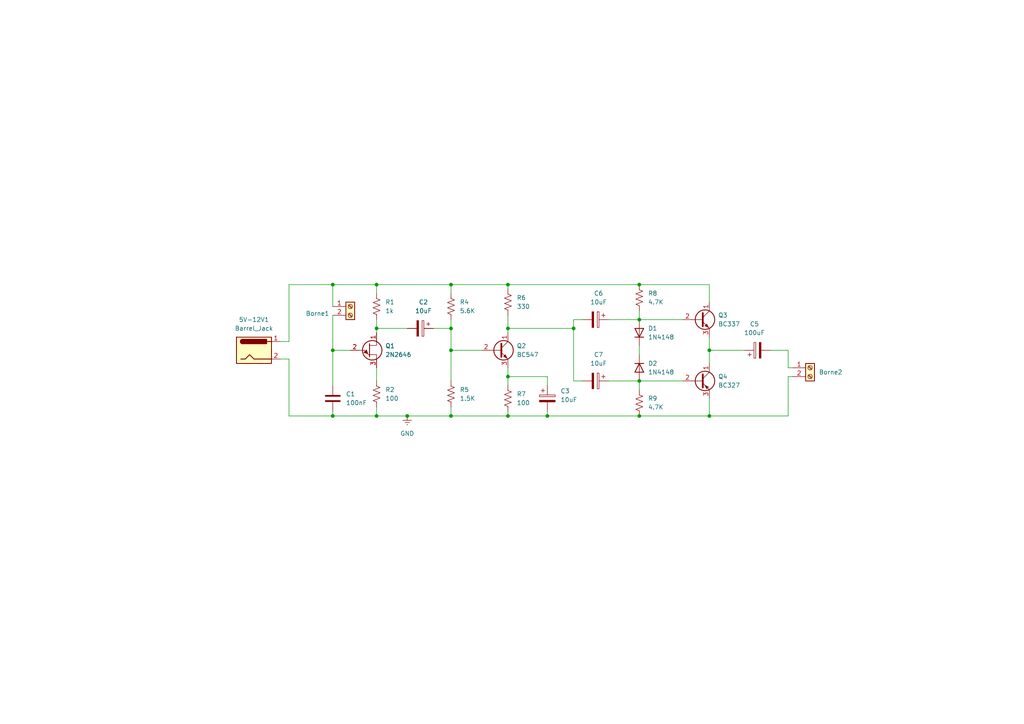
<source format=kicad_sch>
(kicad_sch (version 20250114) (generator "eeschema") (generator_version "9.0")
  (paper "A4")
  (lib_symbols
    (symbol "Connector:Barrel_Jack" (pin_names (offset 1.016))
      (property "Reference" "J" (at 0 5.334 0))
      (property "Value" "Barrel_Jack" (at 0 -5.08 0))
      (symbol "Barrel_Jack_0_1"
        (rectangle (start -5.08 3.81) (end 5.08 -3.81) (stroke (width 0.254)) (fill (type background)))
        (polyline (pts (xy -3.81 -2.54) (xy -2.54 -2.54) (xy -1.27 -1.27) (xy 0 -2.54) (xy 2.54 -2.54) (xy 5.08 -2.54)) (stroke (width 0.254)))
        (arc (start -3.302 1.905) (mid -3.9343 2.54) (end -3.302 3.175) (stroke (width 0.254)))
        (arc (start -3.302 1.905) (mid -3.9343 2.54) (end -3.302 3.175) (stroke (width 0.254)) (fill (type outline)))
        (rectangle (start 3.683 3.175) (end -3.302 1.905) (stroke (width 0.254)) (fill (type outline)))
        (polyline (pts (xy 5.08 2.54) (xy 3.81 2.54)) (stroke (width 0.254)))
      )
      (symbol "Barrel_Jack_1_1"
        (pin passive line (at 7.62 2.54 180) (length 2.54) (name "~") (number "1"))
        (pin passive line (at 7.62 -2.54 180) (length 2.54) (name "~") (number "2"))
      )
    )
    (symbol "Connector:Screw_Terminal_01x02" (pin_names (offset 1.016) (hide yes))
      (property "Reference" "J" (at 0 2.54 0))
      (property "Value" "Screw_Terminal_01x02" (at 0 -5.08 0))
      (symbol "Screw_Terminal_01x02_1_1"
        (rectangle (start -1.27 1.27) (end 1.27 -3.81) (stroke (width 0.254)) (fill (type background)))
        (polyline (pts (xy -0.5334 0.3302) (xy 0.3302 -0.508)) (stroke (width 0.1524)))
        (polyline (pts (xy -0.5334 -2.2098) (xy 0.3302 -3.048)) (stroke (width 0.1524)))
        (polyline (pts (xy -0.3556 0.508) (xy 0.508 -0.3302)) (stroke (width 0.1524)))
        (polyline (pts (xy -0.3556 -2.032) (xy 0.508 -2.8702)) (stroke (width 0.1524)))
        (circle (center 0 0) (radius 0.635) (stroke (width 0.1524)))
        (circle (center 0 -2.54) (radius 0.635) (stroke (width 0.1524)))
        (pin passive line (at -5.08 0 0) (length 3.81) (name "Pin_1") (number "1"))
        (pin passive line (at -5.08 -2.54 0) (length 3.81) (name "Pin_2") (number "2"))
      )
    )
    (symbol "Device:C" (pin_numbers (hide yes)) (pin_names (offset 0.254))
      (property "Reference" "C" (at 0.635 2.54 0))
      (property "Value" "C" (at 0.635 -2.54 0))
      (symbol "C_0_1"
        (polyline (pts (xy -2.032 0.762) (xy 2.032 0.762)) (stroke (width 0.508)))
        (polyline (pts (xy -2.032 -0.762) (xy 2.032 -0.762)) (stroke (width 0.508)))
      )
      (symbol "C_1_1"
        (pin passive line (at 0 3.81 270) (length 2.794) (name "~") (number "1"))
        (pin passive line (at 0 -3.81 90) (length 2.794) (name "~") (number "2"))
      )
    )
    (symbol "Device:C_Polarized" (pin_numbers (hide yes)) (pin_names (offset 0.254))
      (property "Reference" "C" (at 0.635 2.54 0))
      (property "Value" "C_Polarized" (at 0.635 -2.54 0))
      (symbol "C_Polarized_0_1"
        (rectangle (start -2.286 0.508) (end 2.286 1.016))
        (polyline (pts (xy -1.778 2.286) (xy -0.762 2.286)))
        (polyline (pts (xy -1.27 2.794) (xy -1.27 1.778)))
        (rectangle (start 2.286 -0.508) (end -2.286 -1.016) (fill (type outline)))
      )
      (symbol "C_Polarized_1_1"
        (pin passive line (at 0 3.81 270) (length 2.794) (name "~") (number "1"))
        (pin passive line (at 0 -3.81 90) (length 2.794) (name "~") (number "2"))
      )
    )
    (symbol "Device:R_US" (pin_numbers (hide yes)) (pin_names (offset 0))
      (property "Reference" "R" (at 2.54 0 90))
      (property "Value" "R_US" (at -2.54 0 90))
      (symbol "R_US_0_1"
        (polyline (pts (xy 0 2.286) (xy 0 2.54)))
        (polyline (pts (xy 0 2.286) (xy 1.016 1.905) (xy 0 1.524) (xy -1.016 1.143) (xy 0 0.762)))
        (polyline (pts (xy 0 0.762) (xy 1.016 0.381) (xy 0 0) (xy -1.016 -0.381) (xy 0 -0.762)))
        (polyline (pts (xy 0 -0.762) (xy 1.016 -1.143) (xy 0 -1.524) (xy -1.016 -1.905) (xy 0 -2.286)))
        (polyline (pts (xy 0 -2.286) (xy 0 -2.54)))
      )
      (symbol "R_US_1_1"
        (pin passive line (at 0 3.81 270) (length 1.27) (name "~") (number "1"))
        (pin passive line (at 0 -3.81 90) (length 1.27) (name "~") (number "2"))
      )
    )
    (symbol "Diode:1N4148" (pin_numbers (hide yes)) (pin_names (hide yes))
      (property "Reference" "D" (at 0 2.54 0))
      (property "Value" "1N4148" (at 0 -2.54 0))
      (symbol "1N4148_0_1"
        (polyline (pts (xy -1.27 1.27) (xy -1.27 -1.27)) (stroke (width 0.254)))
        (polyline (pts (xy 1.27 1.27) (xy 1.27 -1.27) (xy -1.27 0) (xy 1.27 1.27)) (stroke (width 0.254)))
        (polyline (pts (xy 1.27 0) (xy -1.27 0)))
      )
      (symbol "1N4148_1_1"
        (pin passive line (at -3.81 0 0) (length 2.54) (name "K") (number "1"))
        (pin passive line (at 3.81 0 180) (length 2.54) (name "A") (number "2"))
      )
    )
    (symbol "Transistor_BJT:2N2646" (pin_names (offset 0) (hide yes))
      (property "Reference" "Q" (at 5.08 1.905 0))
      (property "Value" "2N2646" (at 5.08 0 0))
      (symbol "2N2646_0_1"
        (polyline (pts (xy -2.54 0) (xy -1.016 0) (xy 0.508 -1.524)))
        (polyline (pts (xy 0 -1.016) (xy -0.381 0.127) (xy -1.143 -0.635) (xy 0 -1.016)) (fill (type outline)))
        (polyline (pts (xy 0.508 1.905) (xy 0.508 -1.905) (xy 0.508 -1.905)) (stroke (width 0.254)))
        (circle (center 1.27 0) (radius 2.8194) (stroke (width 0.254)))
        (polyline (pts (xy 2.54 2.54) (xy 2.54 1.397) (xy 0.508 1.397)))
        (polyline (pts (xy 2.54 -2.54) (xy 2.54 -1.27) (xy 0.508 -1.27)))
      )
      (symbol "2N2646_1_1"
        (pin input line (at -5.08 0 0) (length 2.54) (name "E") (number "2"))
        (pin passive line (at 2.54 5.08 270) (length 2.54) (name "B2") (number "1"))
        (pin passive line (at 2.54 -5.08 90) (length 2.54) (name "B1") (number "3"))
      )
    )
    (symbol "Transistor_BJT:BC327" (pin_names (offset 0) (hide yes))
      (property "Reference" "Q" (at 5.08 1.905 0))
      (property "Value" "BC327" (at 5.08 0 0))
      (symbol "BC327_0_1"
        (polyline (pts (xy -2.54 0) (xy 0.635 0)))
        (polyline (pts (xy 0.635 1.905) (xy 0.635 -1.905)) (stroke (width 0.508)))
        (polyline (pts (xy 0.635 0.635) (xy 2.54 2.54)))
        (polyline (pts (xy 0.635 -0.635) (xy 2.54 -2.54)))
        (circle (center 1.27 0) (radius 2.8194) (stroke (width 0.254)))
        (polyline (pts (xy 2.286 -1.778) (xy 1.778 -2.286) (xy 1.27 -1.27) (xy 2.286 -1.778)) (fill (type outline)))
      )
      (symbol "BC327_1_1"
        (pin input line (at -5.08 0 0) (length 2.54) (name "B") (number "2"))
        (pin passive line (at 2.54 5.08 270) (length 2.54) (name "C") (number "1"))
        (pin passive line (at 2.54 -5.08 90) (length 2.54) (name "E") (number "3"))
      )
    )
    (symbol "Transistor_BJT:BC337" (pin_names (offset 0) (hide yes))
      (property "Reference" "Q" (at 5.08 1.905 0))
      (property "Value" "BC337" (at 5.08 0 0))
      (symbol "BC337_0_1"
        (polyline (pts (xy -2.54 0) (xy 0.635 0)))
        (polyline (pts (xy 0.635 1.905) (xy 0.635 -1.905)) (stroke (width 0.508)))
        (circle (center 1.27 0) (radius 2.8194) (stroke (width 0.254)))
      )
      (symbol "BC337_1_1"
        (polyline (pts (xy 0.635 0.635) (xy 2.54 2.54)))
        (polyline (pts (xy 0.635 -0.635) (xy 2.54 -2.54)))
        (polyline (pts (xy 1.27 -1.778) (xy 1.778 -1.27) (xy 2.286 -2.286) (xy 1.27 -1.778)) (fill (type outline)))
        (pin input line (at -5.08 0 0) (length 2.54) (name "B") (number "2"))
        (pin passive line (at 2.54 5.08 270) (length 2.54) (name "C") (number "1"))
        (pin passive line (at 2.54 -5.08 90) (length 2.54) (name "E") (number "3"))
      )
    )
    (symbol "Transistor_BJT:BC547" (pin_names (offset 0) (hide yes))
      (property "Reference" "Q" (at 5.08 1.905 0))
      (property "Value" "BC547" (at 5.08 0 0))
      (symbol "BC547_0_1"
        (polyline (pts (xy -2.54 0) (xy 0.635 0)))
        (polyline (pts (xy 0.635 1.905) (xy 0.635 -1.905)) (stroke (width 0.508)))
        (circle (center 1.27 0) (radius 2.8194) (stroke (width 0.254)))
      )
      (symbol "BC547_1_1"
        (polyline (pts (xy 0.635 0.635) (xy 2.54 2.54)))
        (polyline (pts (xy 0.635 -0.635) (xy 2.54 -2.54)))
        (polyline (pts (xy 1.27 -1.778) (xy 1.778 -1.27) (xy 2.286 -2.286) (xy 1.27 -1.778)) (fill (type outline)))
        (pin input line (at -5.08 0 0) (length 2.54) (name "B") (number "2"))
        (pin passive line (at 2.54 5.08 270) (length 2.54) (name "C") (number "1"))
        (pin passive line (at 2.54 -5.08 90) (length 2.54) (name "E") (number "3"))
      )
    )
    (symbol "power:Earth" (power) (pin_numbers (hide yes)) (pin_names (offset 0) (hide yes))
      (property "Value" "Earth" (at 0 -3.81 0))
      (symbol "Earth_0_1"
        (polyline (pts (xy -0.635 -1.905) (xy 0.635 -1.905)))
        (polyline (pts (xy -0.127 -2.54) (xy 0.127 -2.54)))
        (polyline (pts (xy 0 -1.27) (xy 0 0)))
        (polyline (pts (xy 1.27 -1.27) (xy -1.27 -1.27)))
      )
      (symbol "Earth_1_1"
        (pin power_in line (at 0 0 270) (length 0) (name "~") (number "1"))
      )
    )
  )
  (junction (at 147.32 95.25))
  (junction (at 166.37 95.25))
  (junction (at 147.32 109.22))
  (junction (at 130.81 82.55))
  (junction (at 109.22 82.55))
  (junction (at 130.81 101.6))
  (junction (at 147.32 120.65))
  (junction (at 185.42 120.65))
  (junction (at 109.22 95.25))
  (junction (at 158.75 120.65))
  (junction (at 130.81 95.25))
  (junction (at 205.74 101.6))
  (junction (at 96.52 120.65))
  (junction (at 96.52 101.6))
  (junction (at 185.42 92.71))
  (junction (at 130.81 120.65))
  (junction (at 147.32 82.55))
  (junction (at 118.11 120.65))
  (junction (at 185.42 110.49))
  (junction (at 109.22 120.65))
  (junction (at 96.52 82.55))
  (junction (at 205.74 120.65))
  (junction (at 185.42 82.55))
  (wire (pts (xy 130.81 95.25) (xy 130.81 101.6)))
  (wire (pts (xy 176.53 92.71) (xy 185.42 92.71)))
  (wire (pts (xy 109.22 92.71) (xy 109.22 95.25)))
  (wire (pts (xy 168.91 92.71) (xy 166.37 92.71)))
  (wire (pts (xy 205.74 120.65) (xy 228.6 120.65)))
  (wire (pts (xy 205.74 82.55) (xy 205.74 87.63)))
  (wire (pts (xy 158.75 120.65) (xy 185.42 120.65)))
  (wire (pts (xy 109.22 118.11) (xy 109.22 120.65)))
  (wire (pts (xy 130.81 82.55) (xy 130.81 85.09)))
  (wire (pts (xy 147.32 82.55) (xy 185.42 82.55)))
  (wire (pts (xy 185.42 90.17) (xy 185.42 92.71)))
  (wire (pts (xy 205.74 101.6) (xy 205.74 105.41)))
  (wire (pts (xy 96.52 82.55) (xy 96.52 88.9)))
  (wire (pts (xy 176.53 110.49) (xy 185.42 110.49)))
  (wire (pts (xy 205.74 101.6) (xy 215.9 101.6)))
  (wire (pts (xy 185.42 110.49) (xy 198.12 110.49)))
  (wire (pts (xy 147.32 106.68) (xy 147.32 109.22)))
  (wire (pts (xy 158.75 119.38) (xy 158.75 120.65)))
  (wire (pts (xy 158.75 109.22) (xy 147.32 109.22)))
  (wire (pts (xy 147.32 109.22) (xy 147.32 111.76)))
  (wire (pts (xy 81.28 104.14) (xy 83.82 104.14)))
  (wire (pts (xy 109.22 82.55) (xy 130.81 82.55)))
  (wire (pts (xy 96.52 101.6) (xy 101.6 101.6)))
  (wire (pts (xy 130.81 120.65) (xy 147.32 120.65)))
  (wire (pts (xy 109.22 95.25) (xy 109.22 96.52)))
  (wire (pts (xy 185.42 100.33) (xy 185.42 102.87)))
  (wire (pts (xy 147.32 91.44) (xy 147.32 95.25)))
  (wire (pts (xy 185.42 120.65) (xy 205.74 120.65)))
  (wire (pts (xy 147.32 82.55) (xy 147.32 83.82)))
  (wire (pts (xy 83.82 82.55) (xy 96.52 82.55)))
  (wire (pts (xy 147.32 119.38) (xy 147.32 120.65)))
  (wire (pts (xy 205.74 115.57) (xy 205.74 120.65)))
  (wire (pts (xy 228.6 101.6) (xy 228.6 106.68)))
  (wire (pts (xy 130.81 118.11) (xy 130.81 120.65)))
  (wire (pts (xy 118.11 120.65) (xy 130.81 120.65)))
  (wire (pts (xy 96.52 91.44) (xy 96.52 101.6)))
  (wire (pts (xy 125.73 95.25) (xy 130.81 95.25)))
  (wire (pts (xy 130.81 92.71) (xy 130.81 95.25)))
  (wire (pts (xy 83.82 120.65) (xy 96.52 120.65)))
  (wire (pts (xy 83.82 104.14) (xy 83.82 120.65)))
  (wire (pts (xy 166.37 95.25) (xy 166.37 110.49)))
  (wire (pts (xy 96.52 101.6) (xy 96.52 111.76)))
  (wire (pts (xy 166.37 92.71) (xy 166.37 95.25)))
  (wire (pts (xy 83.82 99.06) (xy 83.82 82.55)))
  (wire (pts (xy 96.52 119.38) (xy 96.52 120.65)))
  (wire (pts (xy 130.81 101.6) (xy 139.7 101.6)))
  (wire (pts (xy 109.22 82.55) (xy 109.22 85.09)))
  (wire (pts (xy 147.32 95.25) (xy 147.32 96.52)))
  (wire (pts (xy 81.28 99.06) (xy 83.82 99.06)))
  (wire (pts (xy 130.81 101.6) (xy 130.81 110.49)))
  (wire (pts (xy 130.81 82.55) (xy 147.32 82.55)))
  (wire (pts (xy 185.42 92.71) (xy 198.12 92.71)))
  (wire (pts (xy 223.52 101.6) (xy 228.6 101.6)))
  (wire (pts (xy 205.74 97.79) (xy 205.74 101.6)))
  (wire (pts (xy 229.87 109.22) (xy 228.6 109.22)))
  (wire (pts (xy 158.75 111.76) (xy 158.75 109.22)))
  (wire (pts (xy 185.42 82.55) (xy 205.74 82.55)))
  (wire (pts (xy 185.42 110.49) (xy 185.42 113.03)))
  (wire (pts (xy 96.52 120.65) (xy 109.22 120.65)))
  (wire (pts (xy 147.32 120.65) (xy 158.75 120.65)))
  (wire (pts (xy 147.32 95.25) (xy 166.37 95.25)))
  (wire (pts (xy 109.22 120.65) (xy 118.11 120.65)))
  (wire (pts (xy 109.22 95.25) (xy 118.11 95.25)))
  (wire (pts (xy 166.37 110.49) (xy 168.91 110.49)))
  (wire (pts (xy 96.52 82.55) (xy 109.22 82.55)))
  (wire (pts (xy 109.22 106.68) (xy 109.22 110.49)))
  (wire (pts (xy 228.6 109.22) (xy 228.6 120.65)))
  (wire (pts (xy 228.6 106.68) (xy 229.87 106.68)))
  (symbol (lib_id "Device:C") (at 96.52 115.57 0) (unit 1)
    (property "Reference" "C1" (at 100.33 114.2999 0) (effects (justify left)))
    (property "Value" "100nF" (at 100.33 116.8399 0) (effects (justify left)))
    (property "Footprint" "Capacitor_THT:C_Radial_D8.0mm_H11.5mm_P3.50mm" (effects (hide yes)))
    (property "Description" "Unpolarized capacitor" (effects (hide yes)))
  )
  (symbol (lib_id "Device:C_Polarized") (at 172.72 110.49 270) (unit 1)
    (property "Reference" "C7" (at 173.609 102.87 90))
    (property "Value" "10uF" (at 173.609 105.41 90))
    (property "Footprint" "Capacitor_THT:C_Radial_D5.0mm_H11.0mm_P2.00mm" (effects (hide yes)))
    (property "Description" "Polarized capacitor" (effects (hide yes)))
  )
  (symbol (lib_id "Device:R_US") (at 109.22 114.3 0) (unit 1)
    (property "Reference" "R2" (at 111.76 113.0299 0) (effects (justify left)))
    (property "Value" "100" (at 111.76 115.5699 0) (effects (justify left)))
    (property "Footprint" "Resistor_THT:R_Axial_DIN0207_L6.3mm_D2.5mm_P7.62mm_Horizontal" (effects (hide yes)))
    (property "Description" "Resistor, US symbol" (effects (hide yes)))
  )
  (symbol (lib_id "Device:R_US") (at 130.81 114.3 0) (unit 1)
    (property "Reference" "R5" (at 133.35 113.0299 0) (effects (justify left)))
    (property "Value" "1.5K" (at 133.35 115.5699 0) (effects (justify left)))
    (property "Footprint" "Resistor_THT:R_Axial_DIN0207_L6.3mm_D2.5mm_P7.62mm_Horizontal" (effects (hide yes)))
    (property "Description" "Resistor, US symbol" (effects (hide yes)))
  )
  (symbol (lib_id "Device:R_US") (at 185.42 116.84 0) (unit 1)
    (property "Reference" "R9" (at 187.96 115.5699 0) (effects (justify left)))
    (property "Value" "4.7K" (at 187.96 118.1099 0) (effects (justify left)))
    (property "Footprint" "Resistor_THT:R_Axial_DIN0207_L6.3mm_D2.5mm_P7.62mm_Horizontal" (effects (hide yes)))
    (property "Description" "Resistor, US symbol" (effects (hide yes)))
  )
  (symbol (lib_id "Device:R_US") (at 147.32 87.63 0) (unit 1)
    (property "Reference" "R6" (at 149.86 86.3599 0) (effects (justify left)))
    (property "Value" "330" (at 149.86 88.8999 0) (effects (justify left)))
    (property "Footprint" "Resistor_THT:R_Axial_DIN0207_L6.3mm_D2.5mm_P7.62mm_Horizontal" (effects (hide yes)))
    (property "Description" "Resistor, US symbol" (effects (hide yes)))
  )
  (symbol (lib_id "Device:C_Polarized") (at 172.72 92.71 270) (unit 1)
    (property "Reference" "C6" (at 173.609 85.09 90))
    (property "Value" "10uF" (at 173.609 87.63 90))
    (property "Footprint" "Capacitor_THT:C_Radial_D5.0mm_H11.0mm_P2.00mm" (effects (hide yes)))
    (property "Description" "Polarized capacitor" (effects (hide yes)))
  )
  (symbol (lib_id "Transistor_BJT:BC327") (at 203.2 110.49 0) (unit 1)
    (property "Reference" "Q4" (at 208.28 109.2199 0) (effects (justify left)))
    (property "Value" "BC327" (at 208.28 111.7599 0) (effects (justify left)))
    (property "Footprint" "Package_TO_SOT_THT:TO-92_Inline" (effects (hide yes)))
    (property "Datasheet" "http://www.onsemi.com/pub_link/Collateral/BC327-D.PDF" (effects (hide yes)))
    (property "Description" "0.8A Ic, 45V Vce, PNP Transistor, TO-92" (effects (hide yes)))
  )
  (symbol (lib_id "Connector:Screw_Terminal_01x02") (at 101.6 88.9 0) (unit 1)
    (property "Reference" "J1" (effects (hide yes)))
    (property "Value" "Borne1" (at 88.646 90.932 0) (effects (justify left)))
    (property "Footprint" "TerminalBlock:TerminalBlock_bornier-2_P5.08mm" (effects (hide yes)))
    (property "Description" "Generic screw terminal, single row, 01x02, script generated (kicad-library-utils/schlib/autogen/connector/)" (effects (hide yes)))
  )
  (symbol (lib_id "Diode:1N4148") (at 185.42 106.68 270) (unit 1)
    (property "Reference" "D2" (at 187.96 105.4099 90) (effects (justify left)))
    (property "Value" "1N4148" (at 187.96 107.9499 90) (effects (justify left)))
    (property "Footprint" "Diode_THT:D_DO-35_SOD27_P7.62mm_Horizontal" (effects (hide yes)))
    (property "Datasheet" "https://assets.nexperia.com/documents/data-sheet/1N4148_1N4448.pdf" (effects (hide yes)))
    (property "Description" "100V 0.15A standard switching diode, DO-35" (effects (hide yes)))
    (property "Sim.Device" "D" (effects (hide yes)))
    (property "Sim.Pins" "1=K 2=A" (effects (hide yes)))
  )
  (symbol (lib_id "Device:C_Polarized") (at 121.92 95.25 270) (unit 1)
    (property "Reference" "C2" (at 122.809 87.63 90))
    (property "Value" "10uF" (at 122.809 90.17 90))
    (property "Footprint" "Capacitor_THT:C_Radial_D5.0mm_H11.0mm_P2.00mm" (effects (hide yes)))
    (property "Description" "Polarized capacitor" (effects (hide yes)))
  )
  (symbol (lib_id "Device:C_Polarized") (at 158.75 115.57 0) (unit 1)
    (property "Reference" "C3" (at 162.56 113.4109 0) (effects (justify left)))
    (property "Value" "10uF" (at 162.56 115.9509 0) (effects (justify left)))
    (property "Footprint" "Capacitor_THT:C_Radial_D5.0mm_H11.0mm_P2.00mm" (effects (hide yes)))
    (property "Description" "Polarized capacitor" (effects (hide yes)))
  )
  (symbol (lib_id "Device:R_US") (at 130.81 88.9 0) (unit 1)
    (property "Reference" "R4" (at 133.35 87.6299 0) (effects (justify left)))
    (property "Value" "5.6K" (at 133.35 90.1699 0) (effects (justify left)))
    (property "Footprint" "Resistor_THT:R_Axial_DIN0207_L6.3mm_D2.5mm_P7.62mm_Horizontal" (effects (hide yes)))
    (property "Description" "Resistor, US symbol" (effects (hide yes)))
  )
  (symbol (lib_id "Transistor_BJT:2N2646") (at 106.68 101.6 0) (unit 1)
    (property "Reference" "Q1" (at 111.76 100.3299 0) (effects (justify left)))
    (property "Value" "2N2646" (at 111.76 102.8699 0) (effects (justify left)))
    (property "Footprint" "Package_TO_SOT_THT:TO-18-3" (effects (hide yes)))
    (property "Datasheet" "http://www.bucek.name/pdf/2n2646,2647.pdf" (effects (hide yes)))
    (property "Description" "Unijunction Transistor, TO-18" (effects (hide yes)))
  )
  (symbol (lib_id "power:Earth") (at 118.11 120.65 0) (unit 1)
    (property "Reference" "#PWR01" (effects (hide yes)))
    (property "Value" "GND" (at 118.11 125.73 0))
    (property "Description" "Power symbol creates a global label with name \"Earth\"" (effects (hide yes)))
  )
  (symbol (lib_id "Device:R_US") (at 147.32 115.57 0) (unit 1)
    (property "Reference" "R7" (at 149.86 114.2999 0) (effects (justify left)))
    (property "Value" "100" (at 149.86 116.8399 0) (effects (justify left)))
    (property "Footprint" "Resistor_THT:R_Axial_DIN0207_L6.3mm_D2.5mm_P7.62mm_Horizontal" (effects (hide yes)))
    (property "Description" "Resistor, US symbol" (effects (hide yes)))
  )
  (symbol (lib_id "Transistor_BJT:BC547") (at 144.78 101.6 0) (unit 1)
    (property "Reference" "Q2" (at 149.86 100.3299 0) (effects (justify left)))
    (property "Value" "BC547" (at 149.86 102.8699 0) (effects (justify left)))
    (property "Footprint" "Package_TO_SOT_THT:TO-92_Inline" (effects (hide yes)))
    (property "Datasheet" "https://www.onsemi.com/pub/Collateral/BC550-D.pdf" (effects (hide yes)))
    (property "Description" "0.1A Ic, 45V Vce, Small Signal NPN Transistor, TO-92" (effects (hide yes)))
  )
  (symbol (lib_id "Connector:Barrel_Jack") (at 73.66 101.6 0) (unit 1)
    (property "Reference" "5V-12V1" (at 73.66 92.71 0))
    (property "Value" "Barrel_Jack" (at 73.66 95.25 0))
    (property "Footprint" "Connector_BarrelJack:BarrelJack_SwitchcraftConxall_RAPC10U_Horizontal" (effects (hide yes)))
    (property "Description" "DC Barrel Jack" (effects (hide yes)))
  )
  (symbol (lib_id "Transistor_BJT:BC337") (at 203.2 92.71 0) (unit 1)
    (property "Reference" "Q3" (at 208.28 91.4399 0) (effects (justify left)))
    (property "Value" "BC337" (at 208.28 93.9799 0) (effects (justify left)))
    (property "Footprint" "Package_TO_SOT_THT:TO-92_Inline" (effects (hide yes)))
    (property "Datasheet" "https://diotec.com/tl_files/diotec/files/pdf/datasheets/bc337.pdf" (effects (hide yes)))
    (property "Description" "0.8A Ic, 45V Vce, NPN Transistor, TO-92" (effects (hide yes)))
  )
  (symbol (lib_id "Device:R_US") (at 185.42 86.36 0) (unit 1)
    (property "Reference" "R8" (at 187.96 85.0899 0) (effects (justify left)))
    (property "Value" "4.7K" (at 187.96 87.6299 0) (effects (justify left)))
    (property "Footprint" "Resistor_THT:R_Axial_DIN0207_L6.3mm_D2.5mm_P7.62mm_Horizontal" (effects (hide yes)))
    (property "Description" "Resistor, US symbol" (effects (hide yes)))
  )
  (symbol (lib_id "Device:C_Polarized") (at 219.71 101.6 90) (unit 1)
    (property "Reference" "C5" (at 218.821 93.98 90))
    (property "Value" "100uF" (at 218.821 96.52 90))
    (property "Footprint" "Capacitor_THT:C_Radial_D8.0mm_H11.5mm_P3.50mm" (effects (hide yes)))
    (property "Description" "Polarized capacitor" (effects (hide yes)))
  )
  (symbol (lib_id "Connector:Screw_Terminal_01x02") (at 234.95 106.68 0) (unit 1)
    (property "Reference" "J3" (effects (hide yes)))
    (property "Value" "Borne2" (at 237.49 107.9499 0) (effects (justify left)))
    (property "Footprint" "TerminalBlock:TerminalBlock_bornier-2_P5.08mm" (effects (hide yes)))
    (property "Description" "Generic screw terminal, single row, 01x02, script generated (kicad-library-utils/schlib/autogen/connector/)" (effects (hide yes)))
  )
  (symbol (lib_id "Diode:1N4148") (at 185.42 96.52 90) (unit 1)
    (property "Reference" "D1" (at 187.96 95.2499 90) (effects (justify right)))
    (property "Value" "1N4148" (at 187.96 97.7899 90) (effects (justify right)))
    (property "Footprint" "Diode_THT:D_DO-35_SOD27_P7.62mm_Horizontal" (effects (hide yes)))
    (property "Datasheet" "https://assets.nexperia.com/documents/data-sheet/1N4148_1N4448.pdf" (effects (hide yes)))
    (property "Description" "100V 0.15A standard switching diode, DO-35" (effects (hide yes)))
    (property "Sim.Device" "D" (effects (hide yes)))
    (property "Sim.Pins" "1=K 2=A" (effects (hide yes)))
  )
  (symbol (lib_id "Device:R_US") (at 109.22 88.9 0) (unit 1)
    (property "Reference" "R1" (at 111.76 87.6299 0) (effects (justify left)))
    (property "Value" "1k" (at 111.76 90.1699 0) (effects (justify left)))
    (property "Footprint" "Resistor_THT:R_Axial_DIN0207_L6.3mm_D2.5mm_P7.62mm_Horizontal" (effects (hide yes)))
    (property "Description" "Resistor, US symbol" (effects (hide yes)))
  )
)
</source>
